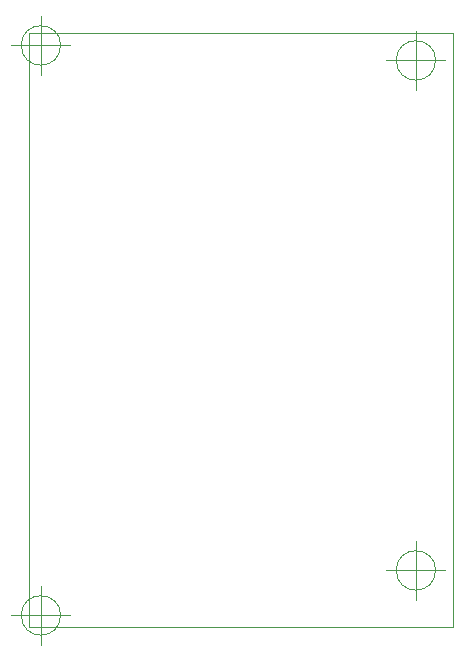
<source format=gbr>
G04 #@! TF.GenerationSoftware,KiCad,Pcbnew,(5.1.5)-3*
G04 #@! TF.CreationDate,2020-05-12T20:02:37-04:00*
G04 #@! TF.ProjectId,6526ESP32,36353236-4553-4503-9332-2e6b69636164,rev?*
G04 #@! TF.SameCoordinates,Original*
G04 #@! TF.FileFunction,Profile,NP*
%FSLAX46Y46*%
G04 Gerber Fmt 4.6, Leading zero omitted, Abs format (unit mm)*
G04 Created by KiCad (PCBNEW (5.1.5)-3) date 2020-05-12 20:02:37*
%MOMM*%
%LPD*%
G04 APERTURE LIST*
%ADD10C,0.050000*%
G04 APERTURE END LIST*
D10*
X71516666Y-80010000D02*
G75*
G03X71516666Y-80010000I-1666666J0D01*
G01*
X67350000Y-80010000D02*
X72350000Y-80010000D01*
X69850000Y-77510000D02*
X69850000Y-82510000D01*
X71516666Y-36830000D02*
G75*
G03X71516666Y-36830000I-1666666J0D01*
G01*
X67350000Y-36830000D02*
X72350000Y-36830000D01*
X69850000Y-34330000D02*
X69850000Y-39330000D01*
X39766666Y-83820000D02*
G75*
G03X39766666Y-83820000I-1666666J0D01*
G01*
X35600000Y-83820000D02*
X40600000Y-83820000D01*
X38100000Y-81320000D02*
X38100000Y-86320000D01*
X39766666Y-35560000D02*
G75*
G03X39766666Y-35560000I-1666666J0D01*
G01*
X35600000Y-35560000D02*
X40600000Y-35560000D01*
X38100000Y-33060000D02*
X38100000Y-38060000D01*
X73025000Y-84836000D02*
X73025000Y-83629500D01*
X37084000Y-84836000D02*
X37084000Y-34544000D01*
X37084000Y-84836000D02*
X73025000Y-84836000D01*
X73025000Y-34544000D02*
X73025000Y-83629500D01*
X37084000Y-34544000D02*
X73025000Y-34544000D01*
M02*

</source>
